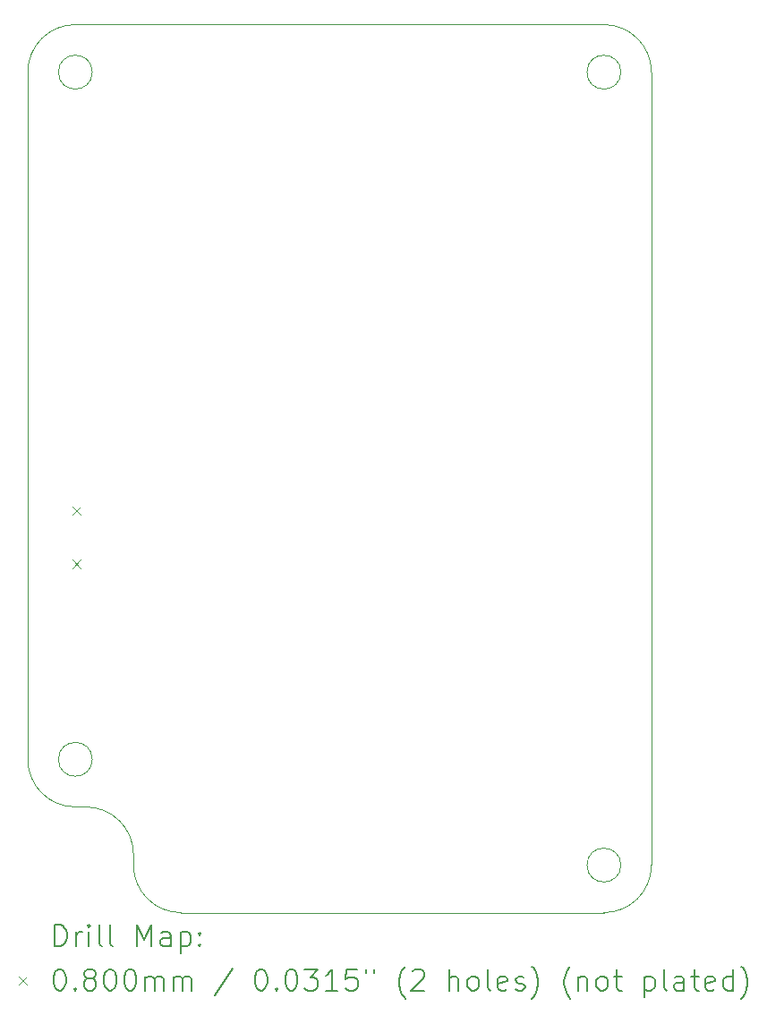
<source format=gbr>
%TF.GenerationSoftware,KiCad,Pcbnew,7.0.9*%
%TF.CreationDate,2025-04-01T16:19:53-06:00*%
%TF.ProjectId,Power_Supply_Brain,506f7765-725f-4537-9570-706c795f4272,rev?*%
%TF.SameCoordinates,Original*%
%TF.FileFunction,Drillmap*%
%TF.FilePolarity,Positive*%
%FSLAX45Y45*%
G04 Gerber Fmt 4.5, Leading zero omitted, Abs format (unit mm)*
G04 Created by KiCad (PCBNEW 7.0.9) date 2025-04-01 16:19:53*
%MOMM*%
%LPD*%
G01*
G04 APERTURE LIST*
%ADD10C,0.100000*%
%ADD11C,0.200000*%
G04 APERTURE END LIST*
D10*
X17450000Y-14500000D02*
G75*
G03*
X17900000Y-14050000I0J450000D01*
G01*
X17900000Y-6550000D02*
G75*
G03*
X17450000Y-6100000I-450000J0D01*
G01*
X12450000Y-6100000D02*
G75*
G03*
X12000000Y-6550000I0J-450000D01*
G01*
X12610000Y-6550000D02*
G75*
G03*
X12610000Y-6550000I-160000J0D01*
G01*
X17900000Y-14050000D02*
X17900000Y-6550000D01*
X17610000Y-6550000D02*
G75*
G03*
X17610000Y-6550000I-160000J0D01*
G01*
X13000000Y-14050000D02*
G75*
G03*
X13450000Y-14500000I450000J0D01*
G01*
X17610000Y-14050000D02*
G75*
G03*
X17610000Y-14050000I-160000J0D01*
G01*
X12000000Y-13050000D02*
X12000000Y-6550000D01*
X12450000Y-13500000D02*
X12550000Y-13500000D01*
X13000000Y-14050000D02*
X13000000Y-13950000D01*
X13450000Y-14500000D02*
X17450000Y-14500000D01*
X12610000Y-13050000D02*
G75*
G03*
X12610000Y-13050000I-160000J0D01*
G01*
X13000000Y-13950000D02*
G75*
G03*
X12550000Y-13500000I-450000J0D01*
G01*
X12450000Y-6100000D02*
X17450000Y-6100000D01*
X12000000Y-13050000D02*
G75*
G03*
X12450000Y-13500000I450000J0D01*
G01*
D11*
D10*
X12420000Y-10660000D02*
X12500000Y-10740000D01*
X12500000Y-10660000D02*
X12420000Y-10740000D01*
X12420000Y-11160000D02*
X12500000Y-11240000D01*
X12500000Y-11160000D02*
X12420000Y-11240000D01*
D11*
X12255777Y-14816484D02*
X12255777Y-14616484D01*
X12255777Y-14616484D02*
X12303396Y-14616484D01*
X12303396Y-14616484D02*
X12331967Y-14626008D01*
X12331967Y-14626008D02*
X12351015Y-14645055D01*
X12351015Y-14645055D02*
X12360539Y-14664103D01*
X12360539Y-14664103D02*
X12370062Y-14702198D01*
X12370062Y-14702198D02*
X12370062Y-14730769D01*
X12370062Y-14730769D02*
X12360539Y-14768865D01*
X12360539Y-14768865D02*
X12351015Y-14787912D01*
X12351015Y-14787912D02*
X12331967Y-14806960D01*
X12331967Y-14806960D02*
X12303396Y-14816484D01*
X12303396Y-14816484D02*
X12255777Y-14816484D01*
X12455777Y-14816484D02*
X12455777Y-14683150D01*
X12455777Y-14721246D02*
X12465301Y-14702198D01*
X12465301Y-14702198D02*
X12474824Y-14692674D01*
X12474824Y-14692674D02*
X12493872Y-14683150D01*
X12493872Y-14683150D02*
X12512920Y-14683150D01*
X12579586Y-14816484D02*
X12579586Y-14683150D01*
X12579586Y-14616484D02*
X12570062Y-14626008D01*
X12570062Y-14626008D02*
X12579586Y-14635531D01*
X12579586Y-14635531D02*
X12589110Y-14626008D01*
X12589110Y-14626008D02*
X12579586Y-14616484D01*
X12579586Y-14616484D02*
X12579586Y-14635531D01*
X12703396Y-14816484D02*
X12684348Y-14806960D01*
X12684348Y-14806960D02*
X12674824Y-14787912D01*
X12674824Y-14787912D02*
X12674824Y-14616484D01*
X12808158Y-14816484D02*
X12789110Y-14806960D01*
X12789110Y-14806960D02*
X12779586Y-14787912D01*
X12779586Y-14787912D02*
X12779586Y-14616484D01*
X13036729Y-14816484D02*
X13036729Y-14616484D01*
X13036729Y-14616484D02*
X13103396Y-14759341D01*
X13103396Y-14759341D02*
X13170062Y-14616484D01*
X13170062Y-14616484D02*
X13170062Y-14816484D01*
X13351015Y-14816484D02*
X13351015Y-14711722D01*
X13351015Y-14711722D02*
X13341491Y-14692674D01*
X13341491Y-14692674D02*
X13322443Y-14683150D01*
X13322443Y-14683150D02*
X13284348Y-14683150D01*
X13284348Y-14683150D02*
X13265301Y-14692674D01*
X13351015Y-14806960D02*
X13331967Y-14816484D01*
X13331967Y-14816484D02*
X13284348Y-14816484D01*
X13284348Y-14816484D02*
X13265301Y-14806960D01*
X13265301Y-14806960D02*
X13255777Y-14787912D01*
X13255777Y-14787912D02*
X13255777Y-14768865D01*
X13255777Y-14768865D02*
X13265301Y-14749817D01*
X13265301Y-14749817D02*
X13284348Y-14740293D01*
X13284348Y-14740293D02*
X13331967Y-14740293D01*
X13331967Y-14740293D02*
X13351015Y-14730769D01*
X13446253Y-14683150D02*
X13446253Y-14883150D01*
X13446253Y-14692674D02*
X13465301Y-14683150D01*
X13465301Y-14683150D02*
X13503396Y-14683150D01*
X13503396Y-14683150D02*
X13522443Y-14692674D01*
X13522443Y-14692674D02*
X13531967Y-14702198D01*
X13531967Y-14702198D02*
X13541491Y-14721246D01*
X13541491Y-14721246D02*
X13541491Y-14778388D01*
X13541491Y-14778388D02*
X13531967Y-14797436D01*
X13531967Y-14797436D02*
X13522443Y-14806960D01*
X13522443Y-14806960D02*
X13503396Y-14816484D01*
X13503396Y-14816484D02*
X13465301Y-14816484D01*
X13465301Y-14816484D02*
X13446253Y-14806960D01*
X13627205Y-14797436D02*
X13636729Y-14806960D01*
X13636729Y-14806960D02*
X13627205Y-14816484D01*
X13627205Y-14816484D02*
X13617682Y-14806960D01*
X13617682Y-14806960D02*
X13627205Y-14797436D01*
X13627205Y-14797436D02*
X13627205Y-14816484D01*
X13627205Y-14692674D02*
X13636729Y-14702198D01*
X13636729Y-14702198D02*
X13627205Y-14711722D01*
X13627205Y-14711722D02*
X13617682Y-14702198D01*
X13617682Y-14702198D02*
X13627205Y-14692674D01*
X13627205Y-14692674D02*
X13627205Y-14711722D01*
D10*
X11915000Y-15105000D02*
X11995000Y-15185000D01*
X11995000Y-15105000D02*
X11915000Y-15185000D01*
D11*
X12293872Y-15036484D02*
X12312920Y-15036484D01*
X12312920Y-15036484D02*
X12331967Y-15046008D01*
X12331967Y-15046008D02*
X12341491Y-15055531D01*
X12341491Y-15055531D02*
X12351015Y-15074579D01*
X12351015Y-15074579D02*
X12360539Y-15112674D01*
X12360539Y-15112674D02*
X12360539Y-15160293D01*
X12360539Y-15160293D02*
X12351015Y-15198388D01*
X12351015Y-15198388D02*
X12341491Y-15217436D01*
X12341491Y-15217436D02*
X12331967Y-15226960D01*
X12331967Y-15226960D02*
X12312920Y-15236484D01*
X12312920Y-15236484D02*
X12293872Y-15236484D01*
X12293872Y-15236484D02*
X12274824Y-15226960D01*
X12274824Y-15226960D02*
X12265301Y-15217436D01*
X12265301Y-15217436D02*
X12255777Y-15198388D01*
X12255777Y-15198388D02*
X12246253Y-15160293D01*
X12246253Y-15160293D02*
X12246253Y-15112674D01*
X12246253Y-15112674D02*
X12255777Y-15074579D01*
X12255777Y-15074579D02*
X12265301Y-15055531D01*
X12265301Y-15055531D02*
X12274824Y-15046008D01*
X12274824Y-15046008D02*
X12293872Y-15036484D01*
X12446253Y-15217436D02*
X12455777Y-15226960D01*
X12455777Y-15226960D02*
X12446253Y-15236484D01*
X12446253Y-15236484D02*
X12436729Y-15226960D01*
X12436729Y-15226960D02*
X12446253Y-15217436D01*
X12446253Y-15217436D02*
X12446253Y-15236484D01*
X12570062Y-15122198D02*
X12551015Y-15112674D01*
X12551015Y-15112674D02*
X12541491Y-15103150D01*
X12541491Y-15103150D02*
X12531967Y-15084103D01*
X12531967Y-15084103D02*
X12531967Y-15074579D01*
X12531967Y-15074579D02*
X12541491Y-15055531D01*
X12541491Y-15055531D02*
X12551015Y-15046008D01*
X12551015Y-15046008D02*
X12570062Y-15036484D01*
X12570062Y-15036484D02*
X12608158Y-15036484D01*
X12608158Y-15036484D02*
X12627205Y-15046008D01*
X12627205Y-15046008D02*
X12636729Y-15055531D01*
X12636729Y-15055531D02*
X12646253Y-15074579D01*
X12646253Y-15074579D02*
X12646253Y-15084103D01*
X12646253Y-15084103D02*
X12636729Y-15103150D01*
X12636729Y-15103150D02*
X12627205Y-15112674D01*
X12627205Y-15112674D02*
X12608158Y-15122198D01*
X12608158Y-15122198D02*
X12570062Y-15122198D01*
X12570062Y-15122198D02*
X12551015Y-15131722D01*
X12551015Y-15131722D02*
X12541491Y-15141246D01*
X12541491Y-15141246D02*
X12531967Y-15160293D01*
X12531967Y-15160293D02*
X12531967Y-15198388D01*
X12531967Y-15198388D02*
X12541491Y-15217436D01*
X12541491Y-15217436D02*
X12551015Y-15226960D01*
X12551015Y-15226960D02*
X12570062Y-15236484D01*
X12570062Y-15236484D02*
X12608158Y-15236484D01*
X12608158Y-15236484D02*
X12627205Y-15226960D01*
X12627205Y-15226960D02*
X12636729Y-15217436D01*
X12636729Y-15217436D02*
X12646253Y-15198388D01*
X12646253Y-15198388D02*
X12646253Y-15160293D01*
X12646253Y-15160293D02*
X12636729Y-15141246D01*
X12636729Y-15141246D02*
X12627205Y-15131722D01*
X12627205Y-15131722D02*
X12608158Y-15122198D01*
X12770062Y-15036484D02*
X12789110Y-15036484D01*
X12789110Y-15036484D02*
X12808158Y-15046008D01*
X12808158Y-15046008D02*
X12817682Y-15055531D01*
X12817682Y-15055531D02*
X12827205Y-15074579D01*
X12827205Y-15074579D02*
X12836729Y-15112674D01*
X12836729Y-15112674D02*
X12836729Y-15160293D01*
X12836729Y-15160293D02*
X12827205Y-15198388D01*
X12827205Y-15198388D02*
X12817682Y-15217436D01*
X12817682Y-15217436D02*
X12808158Y-15226960D01*
X12808158Y-15226960D02*
X12789110Y-15236484D01*
X12789110Y-15236484D02*
X12770062Y-15236484D01*
X12770062Y-15236484D02*
X12751015Y-15226960D01*
X12751015Y-15226960D02*
X12741491Y-15217436D01*
X12741491Y-15217436D02*
X12731967Y-15198388D01*
X12731967Y-15198388D02*
X12722443Y-15160293D01*
X12722443Y-15160293D02*
X12722443Y-15112674D01*
X12722443Y-15112674D02*
X12731967Y-15074579D01*
X12731967Y-15074579D02*
X12741491Y-15055531D01*
X12741491Y-15055531D02*
X12751015Y-15046008D01*
X12751015Y-15046008D02*
X12770062Y-15036484D01*
X12960539Y-15036484D02*
X12979586Y-15036484D01*
X12979586Y-15036484D02*
X12998634Y-15046008D01*
X12998634Y-15046008D02*
X13008158Y-15055531D01*
X13008158Y-15055531D02*
X13017682Y-15074579D01*
X13017682Y-15074579D02*
X13027205Y-15112674D01*
X13027205Y-15112674D02*
X13027205Y-15160293D01*
X13027205Y-15160293D02*
X13017682Y-15198388D01*
X13017682Y-15198388D02*
X13008158Y-15217436D01*
X13008158Y-15217436D02*
X12998634Y-15226960D01*
X12998634Y-15226960D02*
X12979586Y-15236484D01*
X12979586Y-15236484D02*
X12960539Y-15236484D01*
X12960539Y-15236484D02*
X12941491Y-15226960D01*
X12941491Y-15226960D02*
X12931967Y-15217436D01*
X12931967Y-15217436D02*
X12922443Y-15198388D01*
X12922443Y-15198388D02*
X12912920Y-15160293D01*
X12912920Y-15160293D02*
X12912920Y-15112674D01*
X12912920Y-15112674D02*
X12922443Y-15074579D01*
X12922443Y-15074579D02*
X12931967Y-15055531D01*
X12931967Y-15055531D02*
X12941491Y-15046008D01*
X12941491Y-15046008D02*
X12960539Y-15036484D01*
X13112920Y-15236484D02*
X13112920Y-15103150D01*
X13112920Y-15122198D02*
X13122443Y-15112674D01*
X13122443Y-15112674D02*
X13141491Y-15103150D01*
X13141491Y-15103150D02*
X13170063Y-15103150D01*
X13170063Y-15103150D02*
X13189110Y-15112674D01*
X13189110Y-15112674D02*
X13198634Y-15131722D01*
X13198634Y-15131722D02*
X13198634Y-15236484D01*
X13198634Y-15131722D02*
X13208158Y-15112674D01*
X13208158Y-15112674D02*
X13227205Y-15103150D01*
X13227205Y-15103150D02*
X13255777Y-15103150D01*
X13255777Y-15103150D02*
X13274824Y-15112674D01*
X13274824Y-15112674D02*
X13284348Y-15131722D01*
X13284348Y-15131722D02*
X13284348Y-15236484D01*
X13379586Y-15236484D02*
X13379586Y-15103150D01*
X13379586Y-15122198D02*
X13389110Y-15112674D01*
X13389110Y-15112674D02*
X13408158Y-15103150D01*
X13408158Y-15103150D02*
X13436729Y-15103150D01*
X13436729Y-15103150D02*
X13455777Y-15112674D01*
X13455777Y-15112674D02*
X13465301Y-15131722D01*
X13465301Y-15131722D02*
X13465301Y-15236484D01*
X13465301Y-15131722D02*
X13474824Y-15112674D01*
X13474824Y-15112674D02*
X13493872Y-15103150D01*
X13493872Y-15103150D02*
X13522443Y-15103150D01*
X13522443Y-15103150D02*
X13541491Y-15112674D01*
X13541491Y-15112674D02*
X13551015Y-15131722D01*
X13551015Y-15131722D02*
X13551015Y-15236484D01*
X13941491Y-15026960D02*
X13770063Y-15284103D01*
X14198634Y-15036484D02*
X14217682Y-15036484D01*
X14217682Y-15036484D02*
X14236729Y-15046008D01*
X14236729Y-15046008D02*
X14246253Y-15055531D01*
X14246253Y-15055531D02*
X14255777Y-15074579D01*
X14255777Y-15074579D02*
X14265301Y-15112674D01*
X14265301Y-15112674D02*
X14265301Y-15160293D01*
X14265301Y-15160293D02*
X14255777Y-15198388D01*
X14255777Y-15198388D02*
X14246253Y-15217436D01*
X14246253Y-15217436D02*
X14236729Y-15226960D01*
X14236729Y-15226960D02*
X14217682Y-15236484D01*
X14217682Y-15236484D02*
X14198634Y-15236484D01*
X14198634Y-15236484D02*
X14179586Y-15226960D01*
X14179586Y-15226960D02*
X14170063Y-15217436D01*
X14170063Y-15217436D02*
X14160539Y-15198388D01*
X14160539Y-15198388D02*
X14151015Y-15160293D01*
X14151015Y-15160293D02*
X14151015Y-15112674D01*
X14151015Y-15112674D02*
X14160539Y-15074579D01*
X14160539Y-15074579D02*
X14170063Y-15055531D01*
X14170063Y-15055531D02*
X14179586Y-15046008D01*
X14179586Y-15046008D02*
X14198634Y-15036484D01*
X14351015Y-15217436D02*
X14360539Y-15226960D01*
X14360539Y-15226960D02*
X14351015Y-15236484D01*
X14351015Y-15236484D02*
X14341491Y-15226960D01*
X14341491Y-15226960D02*
X14351015Y-15217436D01*
X14351015Y-15217436D02*
X14351015Y-15236484D01*
X14484348Y-15036484D02*
X14503396Y-15036484D01*
X14503396Y-15036484D02*
X14522444Y-15046008D01*
X14522444Y-15046008D02*
X14531967Y-15055531D01*
X14531967Y-15055531D02*
X14541491Y-15074579D01*
X14541491Y-15074579D02*
X14551015Y-15112674D01*
X14551015Y-15112674D02*
X14551015Y-15160293D01*
X14551015Y-15160293D02*
X14541491Y-15198388D01*
X14541491Y-15198388D02*
X14531967Y-15217436D01*
X14531967Y-15217436D02*
X14522444Y-15226960D01*
X14522444Y-15226960D02*
X14503396Y-15236484D01*
X14503396Y-15236484D02*
X14484348Y-15236484D01*
X14484348Y-15236484D02*
X14465301Y-15226960D01*
X14465301Y-15226960D02*
X14455777Y-15217436D01*
X14455777Y-15217436D02*
X14446253Y-15198388D01*
X14446253Y-15198388D02*
X14436729Y-15160293D01*
X14436729Y-15160293D02*
X14436729Y-15112674D01*
X14436729Y-15112674D02*
X14446253Y-15074579D01*
X14446253Y-15074579D02*
X14455777Y-15055531D01*
X14455777Y-15055531D02*
X14465301Y-15046008D01*
X14465301Y-15046008D02*
X14484348Y-15036484D01*
X14617682Y-15036484D02*
X14741491Y-15036484D01*
X14741491Y-15036484D02*
X14674825Y-15112674D01*
X14674825Y-15112674D02*
X14703396Y-15112674D01*
X14703396Y-15112674D02*
X14722444Y-15122198D01*
X14722444Y-15122198D02*
X14731967Y-15131722D01*
X14731967Y-15131722D02*
X14741491Y-15150769D01*
X14741491Y-15150769D02*
X14741491Y-15198388D01*
X14741491Y-15198388D02*
X14731967Y-15217436D01*
X14731967Y-15217436D02*
X14722444Y-15226960D01*
X14722444Y-15226960D02*
X14703396Y-15236484D01*
X14703396Y-15236484D02*
X14646253Y-15236484D01*
X14646253Y-15236484D02*
X14627206Y-15226960D01*
X14627206Y-15226960D02*
X14617682Y-15217436D01*
X14931967Y-15236484D02*
X14817682Y-15236484D01*
X14874825Y-15236484D02*
X14874825Y-15036484D01*
X14874825Y-15036484D02*
X14855777Y-15065055D01*
X14855777Y-15065055D02*
X14836729Y-15084103D01*
X14836729Y-15084103D02*
X14817682Y-15093627D01*
X15112920Y-15036484D02*
X15017682Y-15036484D01*
X15017682Y-15036484D02*
X15008158Y-15131722D01*
X15008158Y-15131722D02*
X15017682Y-15122198D01*
X15017682Y-15122198D02*
X15036729Y-15112674D01*
X15036729Y-15112674D02*
X15084348Y-15112674D01*
X15084348Y-15112674D02*
X15103396Y-15122198D01*
X15103396Y-15122198D02*
X15112920Y-15131722D01*
X15112920Y-15131722D02*
X15122444Y-15150769D01*
X15122444Y-15150769D02*
X15122444Y-15198388D01*
X15122444Y-15198388D02*
X15112920Y-15217436D01*
X15112920Y-15217436D02*
X15103396Y-15226960D01*
X15103396Y-15226960D02*
X15084348Y-15236484D01*
X15084348Y-15236484D02*
X15036729Y-15236484D01*
X15036729Y-15236484D02*
X15017682Y-15226960D01*
X15017682Y-15226960D02*
X15008158Y-15217436D01*
X15198634Y-15036484D02*
X15198634Y-15074579D01*
X15274825Y-15036484D02*
X15274825Y-15074579D01*
X15570063Y-15312674D02*
X15560539Y-15303150D01*
X15560539Y-15303150D02*
X15541491Y-15274579D01*
X15541491Y-15274579D02*
X15531968Y-15255531D01*
X15531968Y-15255531D02*
X15522444Y-15226960D01*
X15522444Y-15226960D02*
X15512920Y-15179341D01*
X15512920Y-15179341D02*
X15512920Y-15141246D01*
X15512920Y-15141246D02*
X15522444Y-15093627D01*
X15522444Y-15093627D02*
X15531968Y-15065055D01*
X15531968Y-15065055D02*
X15541491Y-15046008D01*
X15541491Y-15046008D02*
X15560539Y-15017436D01*
X15560539Y-15017436D02*
X15570063Y-15007912D01*
X15636729Y-15055531D02*
X15646253Y-15046008D01*
X15646253Y-15046008D02*
X15665301Y-15036484D01*
X15665301Y-15036484D02*
X15712920Y-15036484D01*
X15712920Y-15036484D02*
X15731968Y-15046008D01*
X15731968Y-15046008D02*
X15741491Y-15055531D01*
X15741491Y-15055531D02*
X15751015Y-15074579D01*
X15751015Y-15074579D02*
X15751015Y-15093627D01*
X15751015Y-15093627D02*
X15741491Y-15122198D01*
X15741491Y-15122198D02*
X15627206Y-15236484D01*
X15627206Y-15236484D02*
X15751015Y-15236484D01*
X15989110Y-15236484D02*
X15989110Y-15036484D01*
X16074825Y-15236484D02*
X16074825Y-15131722D01*
X16074825Y-15131722D02*
X16065301Y-15112674D01*
X16065301Y-15112674D02*
X16046253Y-15103150D01*
X16046253Y-15103150D02*
X16017682Y-15103150D01*
X16017682Y-15103150D02*
X15998634Y-15112674D01*
X15998634Y-15112674D02*
X15989110Y-15122198D01*
X16198634Y-15236484D02*
X16179587Y-15226960D01*
X16179587Y-15226960D02*
X16170063Y-15217436D01*
X16170063Y-15217436D02*
X16160539Y-15198388D01*
X16160539Y-15198388D02*
X16160539Y-15141246D01*
X16160539Y-15141246D02*
X16170063Y-15122198D01*
X16170063Y-15122198D02*
X16179587Y-15112674D01*
X16179587Y-15112674D02*
X16198634Y-15103150D01*
X16198634Y-15103150D02*
X16227206Y-15103150D01*
X16227206Y-15103150D02*
X16246253Y-15112674D01*
X16246253Y-15112674D02*
X16255777Y-15122198D01*
X16255777Y-15122198D02*
X16265301Y-15141246D01*
X16265301Y-15141246D02*
X16265301Y-15198388D01*
X16265301Y-15198388D02*
X16255777Y-15217436D01*
X16255777Y-15217436D02*
X16246253Y-15226960D01*
X16246253Y-15226960D02*
X16227206Y-15236484D01*
X16227206Y-15236484D02*
X16198634Y-15236484D01*
X16379587Y-15236484D02*
X16360539Y-15226960D01*
X16360539Y-15226960D02*
X16351015Y-15207912D01*
X16351015Y-15207912D02*
X16351015Y-15036484D01*
X16531968Y-15226960D02*
X16512920Y-15236484D01*
X16512920Y-15236484D02*
X16474825Y-15236484D01*
X16474825Y-15236484D02*
X16455777Y-15226960D01*
X16455777Y-15226960D02*
X16446253Y-15207912D01*
X16446253Y-15207912D02*
X16446253Y-15131722D01*
X16446253Y-15131722D02*
X16455777Y-15112674D01*
X16455777Y-15112674D02*
X16474825Y-15103150D01*
X16474825Y-15103150D02*
X16512920Y-15103150D01*
X16512920Y-15103150D02*
X16531968Y-15112674D01*
X16531968Y-15112674D02*
X16541491Y-15131722D01*
X16541491Y-15131722D02*
X16541491Y-15150769D01*
X16541491Y-15150769D02*
X16446253Y-15169817D01*
X16617682Y-15226960D02*
X16636730Y-15236484D01*
X16636730Y-15236484D02*
X16674825Y-15236484D01*
X16674825Y-15236484D02*
X16693872Y-15226960D01*
X16693872Y-15226960D02*
X16703396Y-15207912D01*
X16703396Y-15207912D02*
X16703396Y-15198388D01*
X16703396Y-15198388D02*
X16693872Y-15179341D01*
X16693872Y-15179341D02*
X16674825Y-15169817D01*
X16674825Y-15169817D02*
X16646253Y-15169817D01*
X16646253Y-15169817D02*
X16627206Y-15160293D01*
X16627206Y-15160293D02*
X16617682Y-15141246D01*
X16617682Y-15141246D02*
X16617682Y-15131722D01*
X16617682Y-15131722D02*
X16627206Y-15112674D01*
X16627206Y-15112674D02*
X16646253Y-15103150D01*
X16646253Y-15103150D02*
X16674825Y-15103150D01*
X16674825Y-15103150D02*
X16693872Y-15112674D01*
X16770063Y-15312674D02*
X16779587Y-15303150D01*
X16779587Y-15303150D02*
X16798634Y-15274579D01*
X16798634Y-15274579D02*
X16808158Y-15255531D01*
X16808158Y-15255531D02*
X16817682Y-15226960D01*
X16817682Y-15226960D02*
X16827206Y-15179341D01*
X16827206Y-15179341D02*
X16827206Y-15141246D01*
X16827206Y-15141246D02*
X16817682Y-15093627D01*
X16817682Y-15093627D02*
X16808158Y-15065055D01*
X16808158Y-15065055D02*
X16798634Y-15046008D01*
X16798634Y-15046008D02*
X16779587Y-15017436D01*
X16779587Y-15017436D02*
X16770063Y-15007912D01*
X17131968Y-15312674D02*
X17122444Y-15303150D01*
X17122444Y-15303150D02*
X17103396Y-15274579D01*
X17103396Y-15274579D02*
X17093873Y-15255531D01*
X17093873Y-15255531D02*
X17084349Y-15226960D01*
X17084349Y-15226960D02*
X17074825Y-15179341D01*
X17074825Y-15179341D02*
X17074825Y-15141246D01*
X17074825Y-15141246D02*
X17084349Y-15093627D01*
X17084349Y-15093627D02*
X17093873Y-15065055D01*
X17093873Y-15065055D02*
X17103396Y-15046008D01*
X17103396Y-15046008D02*
X17122444Y-15017436D01*
X17122444Y-15017436D02*
X17131968Y-15007912D01*
X17208158Y-15103150D02*
X17208158Y-15236484D01*
X17208158Y-15122198D02*
X17217682Y-15112674D01*
X17217682Y-15112674D02*
X17236730Y-15103150D01*
X17236730Y-15103150D02*
X17265301Y-15103150D01*
X17265301Y-15103150D02*
X17284349Y-15112674D01*
X17284349Y-15112674D02*
X17293873Y-15131722D01*
X17293873Y-15131722D02*
X17293873Y-15236484D01*
X17417682Y-15236484D02*
X17398634Y-15226960D01*
X17398634Y-15226960D02*
X17389111Y-15217436D01*
X17389111Y-15217436D02*
X17379587Y-15198388D01*
X17379587Y-15198388D02*
X17379587Y-15141246D01*
X17379587Y-15141246D02*
X17389111Y-15122198D01*
X17389111Y-15122198D02*
X17398634Y-15112674D01*
X17398634Y-15112674D02*
X17417682Y-15103150D01*
X17417682Y-15103150D02*
X17446254Y-15103150D01*
X17446254Y-15103150D02*
X17465301Y-15112674D01*
X17465301Y-15112674D02*
X17474825Y-15122198D01*
X17474825Y-15122198D02*
X17484349Y-15141246D01*
X17484349Y-15141246D02*
X17484349Y-15198388D01*
X17484349Y-15198388D02*
X17474825Y-15217436D01*
X17474825Y-15217436D02*
X17465301Y-15226960D01*
X17465301Y-15226960D02*
X17446254Y-15236484D01*
X17446254Y-15236484D02*
X17417682Y-15236484D01*
X17541492Y-15103150D02*
X17617682Y-15103150D01*
X17570063Y-15036484D02*
X17570063Y-15207912D01*
X17570063Y-15207912D02*
X17579587Y-15226960D01*
X17579587Y-15226960D02*
X17598634Y-15236484D01*
X17598634Y-15236484D02*
X17617682Y-15236484D01*
X17836730Y-15103150D02*
X17836730Y-15303150D01*
X17836730Y-15112674D02*
X17855777Y-15103150D01*
X17855777Y-15103150D02*
X17893873Y-15103150D01*
X17893873Y-15103150D02*
X17912920Y-15112674D01*
X17912920Y-15112674D02*
X17922444Y-15122198D01*
X17922444Y-15122198D02*
X17931968Y-15141246D01*
X17931968Y-15141246D02*
X17931968Y-15198388D01*
X17931968Y-15198388D02*
X17922444Y-15217436D01*
X17922444Y-15217436D02*
X17912920Y-15226960D01*
X17912920Y-15226960D02*
X17893873Y-15236484D01*
X17893873Y-15236484D02*
X17855777Y-15236484D01*
X17855777Y-15236484D02*
X17836730Y-15226960D01*
X18046254Y-15236484D02*
X18027206Y-15226960D01*
X18027206Y-15226960D02*
X18017682Y-15207912D01*
X18017682Y-15207912D02*
X18017682Y-15036484D01*
X18208158Y-15236484D02*
X18208158Y-15131722D01*
X18208158Y-15131722D02*
X18198635Y-15112674D01*
X18198635Y-15112674D02*
X18179587Y-15103150D01*
X18179587Y-15103150D02*
X18141492Y-15103150D01*
X18141492Y-15103150D02*
X18122444Y-15112674D01*
X18208158Y-15226960D02*
X18189111Y-15236484D01*
X18189111Y-15236484D02*
X18141492Y-15236484D01*
X18141492Y-15236484D02*
X18122444Y-15226960D01*
X18122444Y-15226960D02*
X18112920Y-15207912D01*
X18112920Y-15207912D02*
X18112920Y-15188865D01*
X18112920Y-15188865D02*
X18122444Y-15169817D01*
X18122444Y-15169817D02*
X18141492Y-15160293D01*
X18141492Y-15160293D02*
X18189111Y-15160293D01*
X18189111Y-15160293D02*
X18208158Y-15150769D01*
X18274825Y-15103150D02*
X18351015Y-15103150D01*
X18303396Y-15036484D02*
X18303396Y-15207912D01*
X18303396Y-15207912D02*
X18312920Y-15226960D01*
X18312920Y-15226960D02*
X18331968Y-15236484D01*
X18331968Y-15236484D02*
X18351015Y-15236484D01*
X18493873Y-15226960D02*
X18474825Y-15236484D01*
X18474825Y-15236484D02*
X18436730Y-15236484D01*
X18436730Y-15236484D02*
X18417682Y-15226960D01*
X18417682Y-15226960D02*
X18408158Y-15207912D01*
X18408158Y-15207912D02*
X18408158Y-15131722D01*
X18408158Y-15131722D02*
X18417682Y-15112674D01*
X18417682Y-15112674D02*
X18436730Y-15103150D01*
X18436730Y-15103150D02*
X18474825Y-15103150D01*
X18474825Y-15103150D02*
X18493873Y-15112674D01*
X18493873Y-15112674D02*
X18503396Y-15131722D01*
X18503396Y-15131722D02*
X18503396Y-15150769D01*
X18503396Y-15150769D02*
X18408158Y-15169817D01*
X18674825Y-15236484D02*
X18674825Y-15036484D01*
X18674825Y-15226960D02*
X18655777Y-15236484D01*
X18655777Y-15236484D02*
X18617682Y-15236484D01*
X18617682Y-15236484D02*
X18598635Y-15226960D01*
X18598635Y-15226960D02*
X18589111Y-15217436D01*
X18589111Y-15217436D02*
X18579587Y-15198388D01*
X18579587Y-15198388D02*
X18579587Y-15141246D01*
X18579587Y-15141246D02*
X18589111Y-15122198D01*
X18589111Y-15122198D02*
X18598635Y-15112674D01*
X18598635Y-15112674D02*
X18617682Y-15103150D01*
X18617682Y-15103150D02*
X18655777Y-15103150D01*
X18655777Y-15103150D02*
X18674825Y-15112674D01*
X18751016Y-15312674D02*
X18760539Y-15303150D01*
X18760539Y-15303150D02*
X18779587Y-15274579D01*
X18779587Y-15274579D02*
X18789111Y-15255531D01*
X18789111Y-15255531D02*
X18798635Y-15226960D01*
X18798635Y-15226960D02*
X18808158Y-15179341D01*
X18808158Y-15179341D02*
X18808158Y-15141246D01*
X18808158Y-15141246D02*
X18798635Y-15093627D01*
X18798635Y-15093627D02*
X18789111Y-15065055D01*
X18789111Y-15065055D02*
X18779587Y-15046008D01*
X18779587Y-15046008D02*
X18760539Y-15017436D01*
X18760539Y-15017436D02*
X18751016Y-15007912D01*
M02*

</source>
